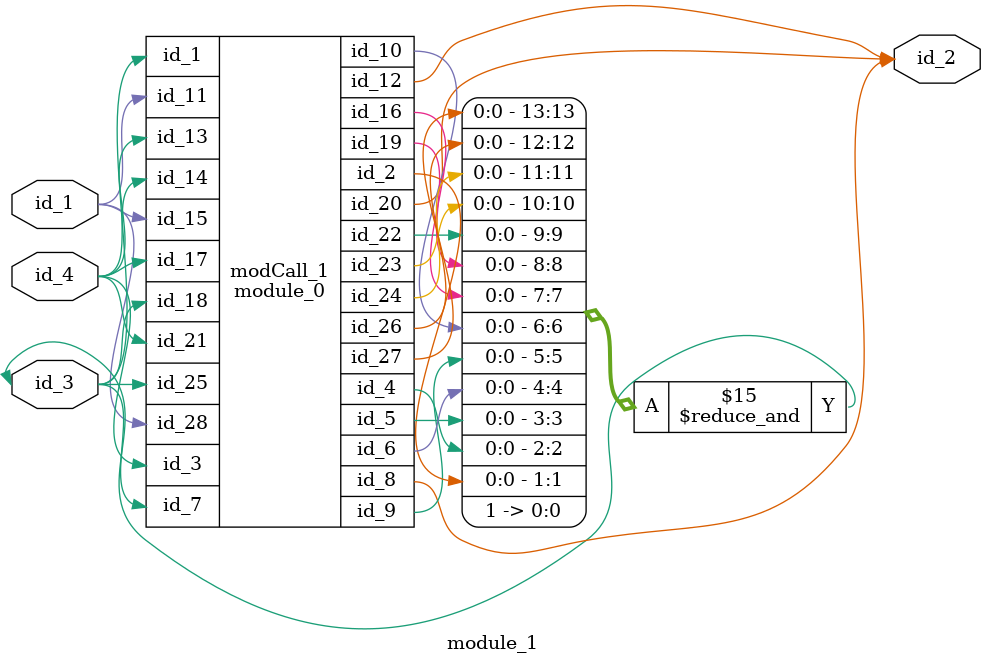
<source format=v>
module module_0 (
    id_1,
    id_2,
    id_3,
    id_4,
    id_5,
    id_6,
    id_7,
    id_8,
    id_9,
    id_10,
    id_11,
    id_12,
    id_13,
    id_14,
    id_15,
    id_16,
    id_17,
    id_18,
    id_19,
    id_20,
    id_21,
    id_22,
    id_23,
    id_24,
    id_25,
    id_26,
    id_27,
    id_28
);
  input wire id_28;
  inout wire id_27;
  inout wire id_26;
  input wire id_25;
  output wire id_24;
  inout wire id_23;
  inout wire id_22;
  input wire id_21;
  output wand id_20;
  inout wire id_19;
  input wire id_18;
  input wire id_17;
  inout wire id_16;
  input wire id_15;
  input wire id_14;
  input wire id_13;
  output wire id_12;
  input wire id_11;
  output wire id_10;
  inout wire id_9;
  output wire id_8;
  input wire id_7;
  inout wire id_6;
  output wire id_5;
  inout wire id_4;
  input wire id_3;
  output wire id_2;
  input wire id_1;
  assign id_20 = 1;
endmodule
module module_1 (
    id_1,
    id_2,
    id_3,
    id_4
);
  input wire id_4;
  inout wand id_3;
  module_0 modCall_1 (
      id_3,
      id_3,
      id_4,
      id_3,
      id_3,
      id_3,
      id_3,
      id_2,
      id_3,
      id_3,
      id_1,
      id_2,
      id_4,
      id_4,
      id_1,
      id_3,
      id_4,
      id_3,
      id_3,
      id_2,
      id_4,
      id_3,
      id_3,
      id_3,
      id_3,
      id_3,
      id_3,
      id_1
  );
  output wire id_2;
  input wire id_1;
  assign id_3 = -1;
endmodule

</source>
